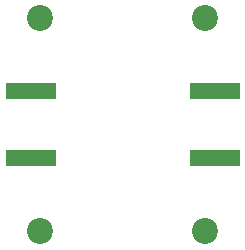
<source format=gbr>
%TF.GenerationSoftware,KiCad,Pcbnew,(6.0.0)*%
%TF.CreationDate,2022-01-16T13:24:38+00:00*%
%TF.ProjectId,RBP-140+,5242502d-3134-4302-9b2e-6b696361645f,rev?*%
%TF.SameCoordinates,Original*%
%TF.FileFunction,Soldermask,Bot*%
%TF.FilePolarity,Negative*%
%FSLAX46Y46*%
G04 Gerber Fmt 4.6, Leading zero omitted, Abs format (unit mm)*
G04 Created by KiCad (PCBNEW (6.0.0)) date 2022-01-16 13:24:38*
%MOMM*%
%LPD*%
G01*
G04 APERTURE LIST*
%ADD10C,2.200000*%
%ADD11R,4.200000X1.350000*%
G04 APERTURE END LIST*
D10*
%TO.C,H4*%
X143000000Y-91000000D03*
%TD*%
%TO.C,H2*%
X157000000Y-109000000D03*
%TD*%
%TO.C,H1*%
X143000000Y-109000000D03*
%TD*%
D11*
%TO.C,J1*%
X142200000Y-97175000D03*
X142200000Y-102825000D03*
%TD*%
%TO.C,J2*%
X157800000Y-102825000D03*
X157800000Y-97175000D03*
%TD*%
D10*
%TO.C,H3*%
X157000000Y-91000000D03*
%TD*%
M02*

</source>
